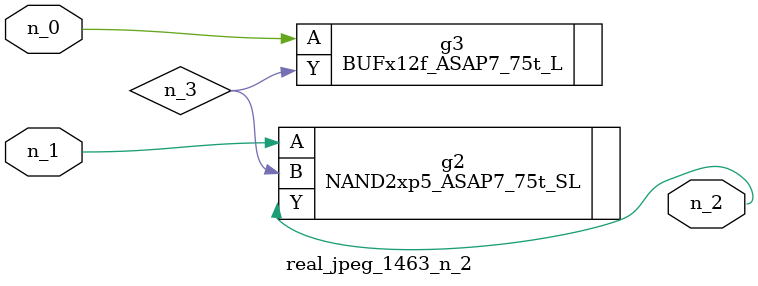
<source format=v>
module real_jpeg_1463_n_2 (n_1, n_0, n_2);

input n_1;
input n_0;

output n_2;

wire n_3;

BUFx12f_ASAP7_75t_L g3 ( 
.A(n_0),
.Y(n_3)
);

NAND2xp5_ASAP7_75t_SL g2 ( 
.A(n_1),
.B(n_3),
.Y(n_2)
);


endmodule
</source>
